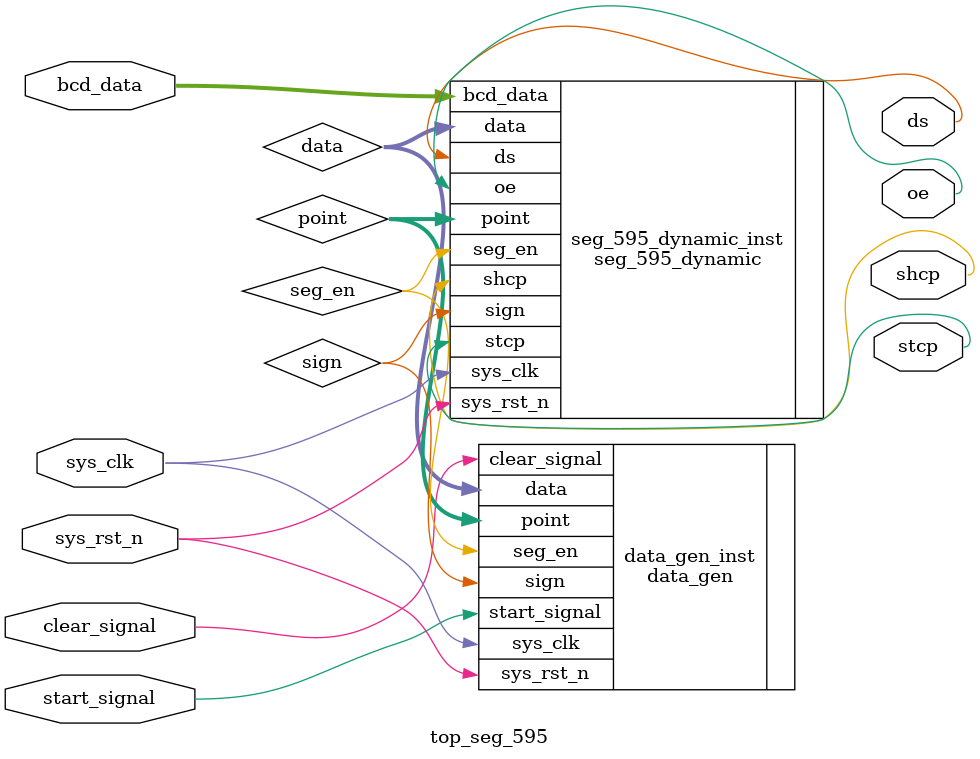
<source format=v>
module top_seg_595
(
input wire sys_clk ,
input wire sys_rst_n , 
input [7:0] bcd_data, 
input wire clear_signal , 
input wire start_signal , 
output wire stcp , 
output wire shcp , 
output wire ds , 
output wire oe 
 );



 
 wire [15:0] data ; 
 wire [5:0] point ; 
 wire seg_en ; 
 wire sign ; 



data_gen data_gen_inst
 (
 .sys_clk (sys_clk ), 
 .sys_rst_n (sys_rst_n), 
 .clear_signal (clear_signal), 
 .start_signal ( start_signal ), 
 .data (data ), 
 .point (point ), 
 .seg_en (seg_en ), 
 .sign (sign ) 

 );

 seg_595_dynamic seg_595_dynamic_inst
 (
 .sys_clk (sys_clk ), 
 .sys_rst_n (sys_rst_n ), 
 .data (data ), 
 .bcd_data(bcd_data),
 .point (point ), 
 .seg_en (seg_en ), 
 .sign (sign ), 

 .stcp (stcp ), 
 .shcp (shcp ), 
 .ds (ds ), 
 .oe (oe ) 

 );
 endmodule
</source>
